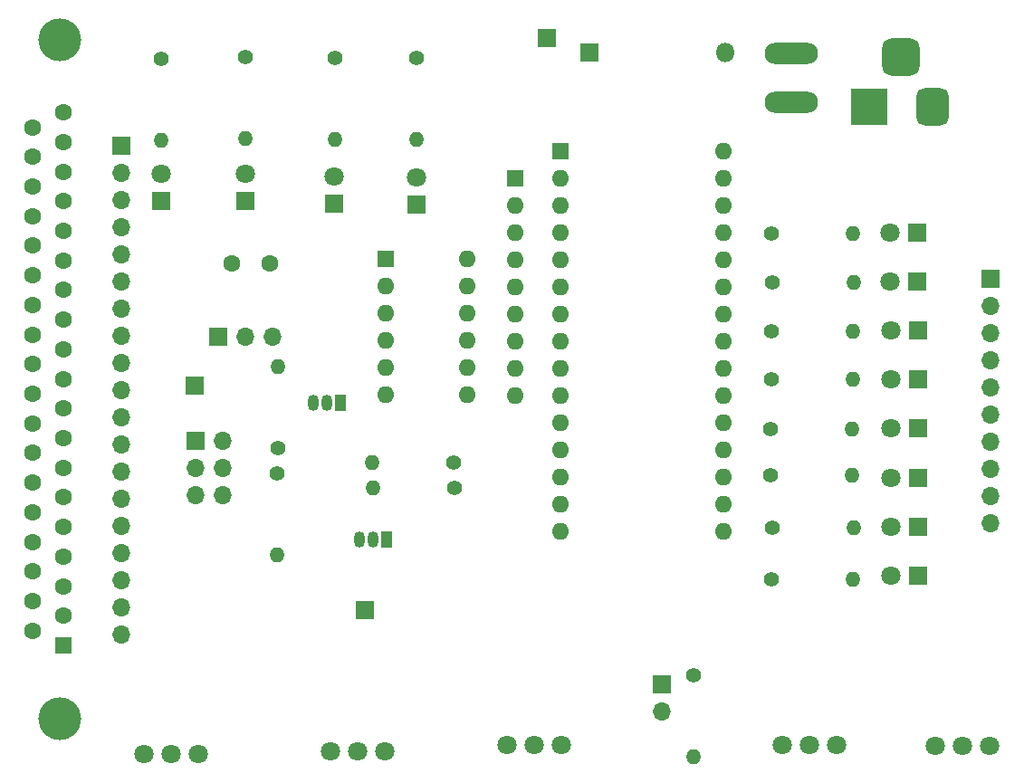
<source format=gbr>
%TF.GenerationSoftware,KiCad,Pcbnew,(6.0.2)*%
%TF.CreationDate,2022-06-27T11:40:54+12:00*%
%TF.ProjectId,ArduinoJimStim,41726475-696e-46f4-9a69-6d5374696d2e,rev?*%
%TF.SameCoordinates,Original*%
%TF.FileFunction,Soldermask,Bot*%
%TF.FilePolarity,Negative*%
%FSLAX46Y46*%
G04 Gerber Fmt 4.6, Leading zero omitted, Abs format (unit mm)*
G04 Created by KiCad (PCBNEW (6.0.2)) date 2022-06-27 11:40:54*
%MOMM*%
%LPD*%
G01*
G04 APERTURE LIST*
G04 Aperture macros list*
%AMRoundRect*
0 Rectangle with rounded corners*
0 $1 Rounding radius*
0 $2 $3 $4 $5 $6 $7 $8 $9 X,Y pos of 4 corners*
0 Add a 4 corners polygon primitive as box body*
4,1,4,$2,$3,$4,$5,$6,$7,$8,$9,$2,$3,0*
0 Add four circle primitives for the rounded corners*
1,1,$1+$1,$2,$3*
1,1,$1+$1,$4,$5*
1,1,$1+$1,$6,$7*
1,1,$1+$1,$8,$9*
0 Add four rect primitives between the rounded corners*
20,1,$1+$1,$2,$3,$4,$5,0*
20,1,$1+$1,$4,$5,$6,$7,0*
20,1,$1+$1,$6,$7,$8,$9,0*
20,1,$1+$1,$8,$9,$2,$3,0*%
G04 Aperture macros list end*
%ADD10R,1.600000X1.600000*%
%ADD11O,1.600000X1.600000*%
%ADD12R,1.800000X1.800000*%
%ADD13C,1.800000*%
%ADD14R,3.500000X3.500000*%
%ADD15RoundRect,0.750000X0.750000X1.000000X-0.750000X1.000000X-0.750000X-1.000000X0.750000X-1.000000X0*%
%ADD16RoundRect,0.875000X0.875000X0.875000X-0.875000X0.875000X-0.875000X-0.875000X0.875000X-0.875000X0*%
%ADD17C,1.400000*%
%ADD18O,1.400000X1.400000*%
%ADD19R,1.700000X1.700000*%
%ADD20C,1.600000*%
%ADD21O,1.700000X1.700000*%
%ADD22O,1.800000X1.800000*%
%ADD23C,4.000000*%
%ADD24R,1.050000X1.500000*%
%ADD25O,1.050000X1.500000*%
%ADD26O,5.000000X2.000000*%
G04 APERTURE END LIST*
D10*
%TO.C,RN1*%
X146553000Y-67210000D03*
D11*
X146553000Y-69750000D03*
X146553000Y-72290000D03*
X146553000Y-74830000D03*
X146553000Y-77370000D03*
X146553000Y-79910000D03*
X146553000Y-82450000D03*
X146553000Y-84990000D03*
X146553000Y-87530000D03*
%TD*%
D12*
%TO.C,D2*%
X129616000Y-69621500D03*
D13*
X129616000Y-67081500D03*
%TD*%
D12*
%TO.C,D8*%
X184175000Y-90562170D03*
D13*
X181635000Y-90562170D03*
%TD*%
D14*
%TO.C,J10*%
X179589000Y-60574000D03*
D15*
X185589000Y-60574000D03*
D16*
X182589000Y-55874000D03*
%TD*%
D17*
%TO.C,R10*%
X170497000Y-104709170D03*
D18*
X178117000Y-104709170D03*
%TD*%
D19*
%TO.C,J4*%
X132486000Y-107609000D03*
%TD*%
D20*
%TO.C,C1*%
X120054000Y-75220000D03*
X123554000Y-75220000D03*
%TD*%
D19*
%TO.C,J3*%
X160238000Y-114527000D03*
D21*
X160238000Y-117067000D03*
%TD*%
D19*
%TO.C,J8*%
X116570000Y-86591000D03*
%TD*%
D17*
%TO.C,R15*%
X170497000Y-81515170D03*
D18*
X178117000Y-81515170D03*
%TD*%
D12*
%TO.C,D13*%
X153461000Y-55433000D03*
D22*
X166161000Y-55433000D03*
%TD*%
D23*
%TO.C,J5*%
X103965331Y-54240000D03*
X103965331Y-117740000D03*
D10*
X104265331Y-110920000D03*
D20*
X104265331Y-108150000D03*
X104265331Y-105380000D03*
X104265331Y-102610000D03*
X104265331Y-99840000D03*
X104265331Y-97070000D03*
X104265331Y-94300000D03*
X104265331Y-91530000D03*
X104265331Y-88760000D03*
X104265331Y-85990000D03*
X104265331Y-83220000D03*
X104265331Y-80450000D03*
X104265331Y-77680000D03*
X104265331Y-74910000D03*
X104265331Y-72140000D03*
X104265331Y-69370000D03*
X104265331Y-66600000D03*
X104265331Y-63830000D03*
X104265331Y-61060000D03*
X101425331Y-109535000D03*
X101425331Y-106765000D03*
X101425331Y-103995000D03*
X101425331Y-101225000D03*
X101425331Y-98455000D03*
X101425331Y-95685000D03*
X101425331Y-92915000D03*
X101425331Y-90145000D03*
X101425331Y-87375000D03*
X101425331Y-84605000D03*
X101425331Y-81835000D03*
X101425331Y-79065000D03*
X101425331Y-76295000D03*
X101425331Y-73525000D03*
X101425331Y-70755000D03*
X101425331Y-67985000D03*
X101425331Y-65215000D03*
X101425331Y-62445000D03*
%TD*%
D13*
%TO.C,MAT1*%
X111833000Y-121050000D03*
X114373000Y-121050000D03*
X116913000Y-121050000D03*
%TD*%
D24*
%TO.C,Q2*%
X134519000Y-100969500D03*
D25*
X133249000Y-100969500D03*
X131979000Y-100969500D03*
%TD*%
D17*
%TO.C,R5*%
X163214000Y-113720000D03*
D18*
X163214000Y-121340000D03*
%TD*%
D13*
%TO.C,CLT1*%
X129245000Y-120787500D03*
X131785000Y-120787500D03*
X134325000Y-120787500D03*
%TD*%
D19*
%TO.C,J1*%
X118748000Y-82074000D03*
D21*
X121288000Y-82074000D03*
X123828000Y-82074000D03*
%TD*%
D13*
%TO.C,RPM1*%
X185828000Y-120293000D03*
X188368000Y-120293000D03*
X190908000Y-120293000D03*
%TD*%
D19*
%TO.C,J2*%
X116607000Y-91757500D03*
D21*
X119147000Y-91757500D03*
X116607000Y-94297500D03*
X119147000Y-94297500D03*
X116607000Y-96837500D03*
X119147000Y-96837500D03*
%TD*%
D12*
%TO.C,D4*%
X113380000Y-69363500D03*
D13*
X113380000Y-66823500D03*
%TD*%
D19*
%TO.C,J7*%
X149445000Y-54070500D03*
%TD*%
D17*
%TO.C,R17*%
X170497000Y-72389170D03*
D18*
X178117000Y-72389170D03*
%TD*%
D13*
%TO.C,O2*%
X171476000Y-120205000D03*
X174016000Y-120205000D03*
X176556000Y-120205000D03*
%TD*%
D17*
%TO.C,R12*%
X170378000Y-94985170D03*
D18*
X177998000Y-94985170D03*
%TD*%
D17*
%TO.C,R14*%
X170457000Y-86058170D03*
D18*
X178077000Y-86058170D03*
%TD*%
D17*
%TO.C,R13*%
X170378000Y-90641170D03*
D18*
X177998000Y-90641170D03*
%TD*%
D17*
%TO.C,R16*%
X170577000Y-76972170D03*
D18*
X178197000Y-76972170D03*
%TD*%
D17*
%TO.C,R4*%
X129645000Y-55994500D03*
D18*
X129645000Y-63614500D03*
%TD*%
D26*
%TO.C,SW1*%
X172338000Y-55536000D03*
X172378000Y-60156000D03*
%TD*%
D12*
%TO.C,D5*%
X184175000Y-104391170D03*
D13*
X181635000Y-104391170D03*
%TD*%
D12*
%TO.C,D1*%
X137326000Y-69676500D03*
D13*
X137326000Y-67136500D03*
%TD*%
D17*
%TO.C,R1*%
X140804000Y-93854500D03*
D18*
X133184000Y-93854500D03*
%TD*%
D10*
%TO.C,A1*%
X150712000Y-64663000D03*
D11*
X150712000Y-67203000D03*
X150712000Y-69743000D03*
X150712000Y-72283000D03*
X150712000Y-74823000D03*
X150712000Y-77363000D03*
X150712000Y-79903000D03*
X150712000Y-82443000D03*
X150712000Y-84983000D03*
X150712000Y-87523000D03*
X150712000Y-90063000D03*
X150712000Y-92603000D03*
X150712000Y-95143000D03*
X150712000Y-97683000D03*
X150712000Y-100223000D03*
X165952000Y-100223000D03*
X165952000Y-97683000D03*
X165952000Y-95143000D03*
X165952000Y-92603000D03*
X165952000Y-90063000D03*
X165952000Y-87523000D03*
X165952000Y-84983000D03*
X165952000Y-82443000D03*
X165952000Y-79903000D03*
X165952000Y-77363000D03*
X165952000Y-74823000D03*
X165952000Y-72283000D03*
X165952000Y-69743000D03*
X165952000Y-67203000D03*
X165952000Y-64663000D03*
%TD*%
D12*
%TO.C,D6*%
X184175000Y-99808170D03*
D13*
X181635000Y-99808170D03*
%TD*%
D17*
%TO.C,R2*%
X124359000Y-92485500D03*
D18*
X124359000Y-84865500D03*
%TD*%
D13*
%TO.C,TPS1*%
X145756000Y-120209500D03*
X148296000Y-120209500D03*
X150836000Y-120209500D03*
%TD*%
D17*
%TO.C,R7*%
X140814000Y-96153500D03*
D18*
X133194000Y-96153500D03*
%TD*%
D17*
%TO.C,R11*%
X170537000Y-99927170D03*
D18*
X178157000Y-99927170D03*
%TD*%
D12*
%TO.C,D11*%
X184135000Y-76892170D03*
D13*
X181595000Y-76892170D03*
%TD*%
D19*
%TO.C,J9*%
X190963000Y-76595170D03*
D21*
X190963000Y-79135170D03*
X190963000Y-81675170D03*
X190963000Y-84215170D03*
X190963000Y-86755170D03*
X190963000Y-89295170D03*
X190963000Y-91835170D03*
X190963000Y-94375170D03*
X190963000Y-96915170D03*
X190963000Y-99455170D03*
%TD*%
D12*
%TO.C,D10*%
X184175000Y-81475170D03*
D13*
X181635000Y-81475170D03*
%TD*%
D17*
%TO.C,R6*%
X121315000Y-55922500D03*
D18*
X121315000Y-63542500D03*
%TD*%
D12*
%TO.C,D9*%
X184215000Y-86058170D03*
D13*
X181675000Y-86058170D03*
%TD*%
D10*
%TO.C,SW2*%
X134430000Y-74789000D03*
D11*
X134430000Y-77329000D03*
X134430000Y-79869000D03*
X134430000Y-82409000D03*
X134430000Y-84949000D03*
X134430000Y-87489000D03*
X142050000Y-87489000D03*
X142050000Y-84949000D03*
X142050000Y-82409000D03*
X142050000Y-79869000D03*
X142050000Y-77329000D03*
X142050000Y-74789000D03*
%TD*%
D12*
%TO.C,D7*%
X184175000Y-95225170D03*
D13*
X181635000Y-95225170D03*
%TD*%
D17*
%TO.C,R9*%
X124269000Y-94811500D03*
D18*
X124269000Y-102431500D03*
%TD*%
D12*
%TO.C,D12*%
X184124000Y-72349170D03*
D13*
X181584000Y-72349170D03*
%TD*%
D12*
%TO.C,D3*%
X121284000Y-69363500D03*
D13*
X121284000Y-66823500D03*
%TD*%
D19*
%TO.C,J6*%
X109695000Y-64168000D03*
D21*
X109695000Y-66708000D03*
X109695000Y-69248000D03*
X109695000Y-71788000D03*
X109695000Y-74328000D03*
X109695000Y-76868000D03*
X109695000Y-79408000D03*
X109695000Y-81948000D03*
X109695000Y-84488000D03*
X109695000Y-87028000D03*
X109695000Y-89568000D03*
X109695000Y-92108000D03*
X109695000Y-94648000D03*
X109695000Y-97188000D03*
X109695000Y-99728000D03*
X109695000Y-102268000D03*
X109695000Y-104808000D03*
X109695000Y-107348000D03*
X109695000Y-109888000D03*
%TD*%
D17*
%TO.C,R3*%
X137313000Y-55951500D03*
D18*
X137313000Y-63571500D03*
%TD*%
D17*
%TO.C,R8*%
X113448000Y-56011500D03*
D18*
X113448000Y-63631500D03*
%TD*%
D24*
%TO.C,Q1*%
X130167000Y-88259000D03*
D25*
X128897000Y-88259000D03*
X127627000Y-88259000D03*
%TD*%
M02*

</source>
